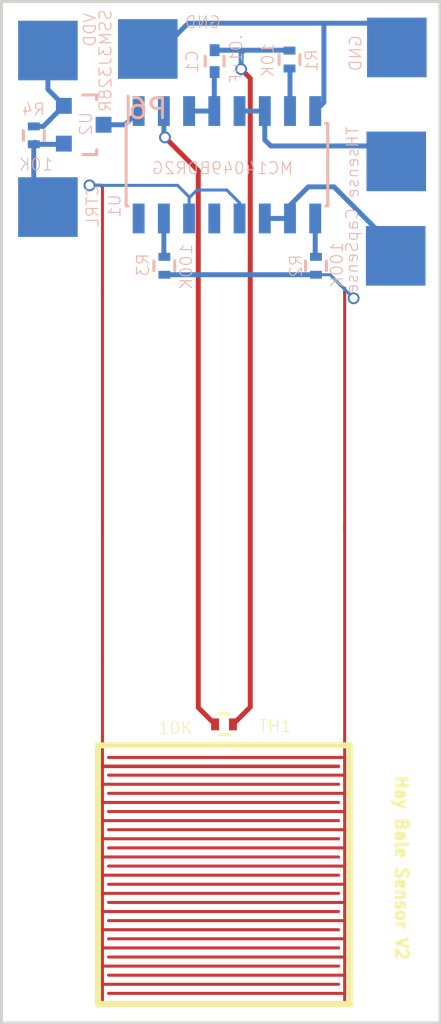
<source format=kicad_pcb>
(kicad_pcb (version 4) (host pcbnew 4.0.1-stable)

  (general
    (links 21)
    (no_connects 0)
    (area 141.936399 57.125799 164.159001 108.634601)
    (thickness 1.6)
    (drawings 22)
    (tracks 131)
    (zones 0)
    (modules 14)
    (nets 17)
  )

  (page A4)
  (layers
    (0 F.Cu signal)
    (1 In1.Cu signal)
    (2 In2.Cu signal)
    (31 B.Cu signal)
    (32 B.Adhes user)
    (33 F.Adhes user)
    (34 B.Paste user)
    (35 F.Paste user)
    (36 B.SilkS user)
    (37 F.SilkS user)
    (38 B.Mask user)
    (39 F.Mask user)
    (40 Dwgs.User user)
    (41 Cmts.User user)
    (42 Eco1.User user)
    (43 Eco2.User user)
    (44 Edge.Cuts user)
    (45 Margin user)
    (46 B.CrtYd user)
    (47 F.CrtYd user)
    (48 B.Fab user)
    (49 F.Fab user)
  )

  (setup
    (last_trace_width 0.25)
    (trace_clearance 0.2)
    (zone_clearance 0.508)
    (zone_45_only yes)
    (trace_min 0.1524)
    (segment_width 0.2)
    (edge_width 0.15)
    (via_size 0.6)
    (via_drill 0.4)
    (via_min_size 0.4)
    (via_min_drill 0.3)
    (uvia_size 0.3)
    (uvia_drill 0.1)
    (uvias_allowed no)
    (uvia_min_size 0.2)
    (uvia_min_drill 0.1)
    (pcb_text_width 0.3)
    (pcb_text_size 1.5 1.5)
    (mod_edge_width 0.15)
    (mod_text_size 0.6 0.6)
    (mod_text_width 0.05)
    (pad_size 1.524 1.524)
    (pad_drill 0.762)
    (pad_to_mask_clearance 0.2)
    (aux_axis_origin 0 0)
    (visible_elements 7FFFFFFF)
    (pcbplotparams
      (layerselection 0x00030_80000001)
      (usegerberextensions false)
      (excludeedgelayer true)
      (linewidth 0.100000)
      (plotframeref false)
      (viasonmask false)
      (mode 1)
      (useauxorigin false)
      (hpglpennumber 1)
      (hpglpenspeed 20)
      (hpglpendiameter 15)
      (hpglpenoverlay 2)
      (psnegative false)
      (psa4output false)
      (plotreference true)
      (plotvalue true)
      (plotinvisibletext false)
      (padsonsilk false)
      (subtractmaskfromsilk false)
      (outputformat 1)
      (mirror false)
      (drillshape 1)
      (scaleselection 1)
      (outputdirectory ""))
  )

  (net 0 "")
  (net 1 "Net-(C1-Pad1)")
  (net 2 "Net-(C1-Pad2)")
  (net 3 "Net-(P1-Pad1)")
  (net 4 VDD)
  (net 5 GND)
  (net 6 "Net-(R1-Pad1)")
  (net 7 "Net-(TH1-Pad1)")
  (net 8 "Net-(U1-Pad13)")
  (net 9 "Net-(U1-Pad16)")
  (net 10 "Net-(R2-Pad1)")
  (net 11 "Net-(R3-Pad1)")
  (net 12 /Cap2)
  (net 13 /Cap1)
  (net 14 "Net-(P4-Pad1)")
  (net 15 "Net-(U1-Pad1)")
  (net 16 "Net-(P5-Pad1)")

  (net_class Default "This is the default net class."
    (clearance 0.2)
    (trace_width 0.25)
    (via_dia 0.6)
    (via_drill 0.4)
    (uvia_dia 0.3)
    (uvia_drill 0.1)
    (add_net GND)
    (add_net "Net-(C1-Pad1)")
    (add_net "Net-(C1-Pad2)")
    (add_net "Net-(P1-Pad1)")
    (add_net "Net-(P4-Pad1)")
    (add_net "Net-(P5-Pad1)")
    (add_net "Net-(R1-Pad1)")
    (add_net "Net-(R2-Pad1)")
    (add_net "Net-(R3-Pad1)")
    (add_net "Net-(TH1-Pad1)")
    (add_net "Net-(U1-Pad1)")
    (add_net "Net-(U1-Pad13)")
    (add_net "Net-(U1-Pad16)")
    (add_net VDD)
  )

  (net_class cap ""
    (clearance 0.2)
    (trace_width 0.1524)
    (via_dia 0.6)
    (via_drill 0.4)
    (uvia_dia 0.3)
    (uvia_drill 0.1)
    (add_net /Cap1)
    (add_net /Cap2)
  )

  (module Capacitors_SMD:C_0402 (layer B.Cu) (tedit 579104C2) (tstamp 578FC9FB)
    (at 152.74 60.2 90)
    (descr "Capacitor SMD 0402, reflow soldering, AVX (see smccp.pdf)")
    (tags "capacitor 0402")
    (path /57680C98)
    (attr smd)
    (fp_text reference C1 (at -0.02594 -1.13248 90) (layer B.SilkS)
      (effects (font (size 0.6 0.6) (thickness 0.05)) (justify mirror))
    )
    (fp_text value .01uF (at 0.10106 1.08494 90) (layer B.SilkS)
      (effects (font (size 0.6 0.6) (thickness 0.05)) (justify mirror))
    )
    (fp_line (start -1.15 0.6) (end 1.15 0.6) (layer B.CrtYd) (width 0.05))
    (fp_line (start -1.15 -0.6) (end 1.15 -0.6) (layer B.CrtYd) (width 0.05))
    (fp_line (start -1.15 0.6) (end -1.15 -0.6) (layer B.CrtYd) (width 0.05))
    (fp_line (start 1.15 0.6) (end 1.15 -0.6) (layer B.CrtYd) (width 0.05))
    (fp_line (start 0.25 0.475) (end -0.25 0.475) (layer B.SilkS) (width 0.15))
    (fp_line (start -0.25 -0.475) (end 0.25 -0.475) (layer B.SilkS) (width 0.15))
    (pad 1 smd rect (at -0.55 0 90) (size 0.6 0.5) (layers B.Cu B.Paste B.Mask)
      (net 1 "Net-(C1-Pad1)"))
    (pad 2 smd rect (at 0.55 0 90) (size 0.6 0.5) (layers B.Cu B.Paste B.Mask)
      (net 2 "Net-(C1-Pad2)"))
    (model Capacitors_SMD.3dshapes/C_0402.wrl
      (at (xyz 0 0 0))
      (scale (xyz 1 1 1))
      (rotate (xyz 0 0 0))
    )
  )

  (module Resistors_SMD:R_0402 (layer B.Cu) (tedit 579104C8) (tstamp 578FCA2E)
    (at 156.51 60.12 90)
    (descr "Resistor SMD 0402, reflow soldering, Vishay (see dcrcw.pdf)")
    (tags "resistor 0402")
    (path /57680AF4)
    (attr smd)
    (fp_text reference R1 (at -0.06022 1.1097 90) (layer B.SilkS)
      (effects (font (size 0.6 0.6) (thickness 0.05)) (justify mirror))
    )
    (fp_text value 10K (at -0.03736 -1.09502 90) (layer B.SilkS)
      (effects (font (size 0.6 0.6) (thickness 0.05)) (justify mirror))
    )
    (fp_line (start -0.95 0.65) (end 0.95 0.65) (layer B.CrtYd) (width 0.05))
    (fp_line (start -0.95 -0.65) (end 0.95 -0.65) (layer B.CrtYd) (width 0.05))
    (fp_line (start -0.95 0.65) (end -0.95 -0.65) (layer B.CrtYd) (width 0.05))
    (fp_line (start 0.95 0.65) (end 0.95 -0.65) (layer B.CrtYd) (width 0.05))
    (fp_line (start 0.25 0.525) (end -0.25 0.525) (layer B.SilkS) (width 0.15))
    (fp_line (start -0.25 -0.525) (end 0.25 -0.525) (layer B.SilkS) (width 0.15))
    (pad 1 smd rect (at -0.45 0 90) (size 0.4 0.6) (layers B.Cu B.Paste B.Mask)
      (net 6 "Net-(R1-Pad1)"))
    (pad 2 smd rect (at 0.45 0 90) (size 0.4 0.6) (layers B.Cu B.Paste B.Mask)
      (net 2 "Net-(C1-Pad2)"))
    (model Resistors_SMD.3dshapes/R_0402.wrl
      (at (xyz 0 0 0))
      (scale (xyz 1 1 1))
      (rotate (xyz 0 0 0))
    )
  )

  (module Resistors_SMD:R_0402 (layer F.Cu) (tedit 579104BB) (tstamp 578FCA3A)
    (at 153.2128 93.5482)
    (descr "Resistor SMD 0402, reflow soldering, Vishay (see dcrcw.pdf)")
    (tags "resistor 0402")
    (path /57680BD3)
    (attr smd)
    (fp_text reference TH1 (at 2.58 0.09) (layer F.SilkS)
      (effects (font (size 0.6 0.6) (thickness 0.05)))
    )
    (fp_text value 10K (at -2.44722 0.17432) (layer F.SilkS)
      (effects (font (size 0.6 0.6) (thickness 0.05)))
    )
    (fp_line (start -0.95 -0.65) (end 0.95 -0.65) (layer F.CrtYd) (width 0.05))
    (fp_line (start -0.95 0.65) (end 0.95 0.65) (layer F.CrtYd) (width 0.05))
    (fp_line (start -0.95 -0.65) (end -0.95 0.65) (layer F.CrtYd) (width 0.05))
    (fp_line (start 0.95 -0.65) (end 0.95 0.65) (layer F.CrtYd) (width 0.05))
    (fp_line (start 0.25 -0.525) (end -0.25 -0.525) (layer F.SilkS) (width 0.15))
    (fp_line (start -0.25 0.525) (end 0.25 0.525) (layer F.SilkS) (width 0.15))
    (pad 1 smd rect (at -0.45 0) (size 0.4 0.6) (layers F.Cu F.Paste F.Mask)
      (net 7 "Net-(TH1-Pad1)"))
    (pad 2 smd rect (at 0.45 0) (size 0.4 0.6) (layers F.Cu F.Paste F.Mask)
      (net 2 "Net-(C1-Pad2)"))
    (model Resistors_SMD.3dshapes/R_0402.wrl
      (at (xyz 0 0 0))
      (scale (xyz 1 1 1))
      (rotate (xyz 0 0 0))
    )
  )

  (module Housings_SOIC:SOIC-16_3.9x9.9mm_Pitch1.27mm (layer B.Cu) (tedit 5792410E) (tstamp 578FCA59)
    (at 153.36 65.41 270)
    (descr "16-Lead Plastic Small Outline (SL) - Narrow, 3.90 mm Body [SOIC] (see Microchip Packaging Specification 00000049BS.pdf)")
    (tags "SOIC 1.27")
    (path /576815FB)
    (attr smd)
    (fp_text reference U1 (at 2.0778 5.659 270) (layer B.SilkS)
      (effects (font (size 0.6 0.6) (thickness 0.05)) (justify mirror))
    )
    (fp_text value MC14049BDR2G (at 0.17 0.22 360) (layer B.SilkS)
      (effects (font (size 0.6 0.6) (thickness 0.05)) (justify mirror))
    )
    (fp_line (start -3.7 5.25) (end -3.7 -5.25) (layer B.CrtYd) (width 0.05))
    (fp_line (start 3.7 5.25) (end 3.7 -5.25) (layer B.CrtYd) (width 0.05))
    (fp_line (start -3.7 5.25) (end 3.7 5.25) (layer B.CrtYd) (width 0.05))
    (fp_line (start -3.7 -5.25) (end 3.7 -5.25) (layer B.CrtYd) (width 0.05))
    (fp_line (start -2.075 5.075) (end -2.075 4.97) (layer B.SilkS) (width 0.15))
    (fp_line (start 2.075 5.075) (end 2.075 4.97) (layer B.SilkS) (width 0.15))
    (fp_line (start 2.075 -5.075) (end 2.075 -4.97) (layer B.SilkS) (width 0.15))
    (fp_line (start -2.075 -5.075) (end -2.075 -4.97) (layer B.SilkS) (width 0.15))
    (fp_line (start -2.075 5.075) (end 2.075 5.075) (layer B.SilkS) (width 0.15))
    (fp_line (start -2.075 -5.075) (end 2.075 -5.075) (layer B.SilkS) (width 0.15))
    (fp_line (start -2.075 4.97) (end -3.45 4.97) (layer B.SilkS) (width 0.15))
    (pad 1 smd rect (at -2.7 4.445 270) (size 1.5 0.6) (layers B.Cu B.Paste B.Mask)
      (net 15 "Net-(U1-Pad1)"))
    (pad 2 smd rect (at -2.7 3.175 270) (size 1.5 0.6) (layers B.Cu B.Paste B.Mask)
      (net 7 "Net-(TH1-Pad1)"))
    (pad 3 smd rect (at -2.7 1.905 270) (size 1.5 0.6) (layers B.Cu B.Paste B.Mask)
      (net 1 "Net-(C1-Pad1)"))
    (pad 4 smd rect (at -2.7 0.635 270) (size 1.5 0.6) (layers B.Cu B.Paste B.Mask)
      (net 1 "Net-(C1-Pad1)"))
    (pad 5 smd rect (at -2.7 -0.635 270) (size 1.5 0.6) (layers B.Cu B.Paste B.Mask)
      (net 3 "Net-(P1-Pad1)"))
    (pad 6 smd rect (at -2.7 -1.905 270) (size 1.5 0.6) (layers B.Cu B.Paste B.Mask)
      (net 3 "Net-(P1-Pad1)"))
    (pad 7 smd rect (at -2.7 -3.175 270) (size 1.5 0.6) (layers B.Cu B.Paste B.Mask)
      (net 6 "Net-(R1-Pad1)"))
    (pad 8 smd rect (at -2.7 -4.445 270) (size 1.5 0.6) (layers B.Cu B.Paste B.Mask)
      (net 5 GND))
    (pad 9 smd rect (at 2.7 -4.445 270) (size 1.5 0.6) (layers B.Cu B.Paste B.Mask)
      (net 10 "Net-(R2-Pad1)"))
    (pad 10 smd rect (at 2.7 -3.175 270) (size 1.5 0.6) (layers B.Cu B.Paste B.Mask)
      (net 14 "Net-(P4-Pad1)"))
    (pad 11 smd rect (at 2.7 -1.905 270) (size 1.5 0.6) (layers B.Cu B.Paste B.Mask)
      (net 14 "Net-(P4-Pad1)"))
    (pad 12 smd rect (at 2.7 -0.635 270) (size 1.5 0.6) (layers B.Cu B.Paste B.Mask)
      (net 13 /Cap1))
    (pad 13 smd rect (at 2.7 0.635 270) (size 1.5 0.6) (layers B.Cu B.Paste B.Mask)
      (net 8 "Net-(U1-Pad13)"))
    (pad 14 smd rect (at 2.7 1.905 270) (size 1.5 0.6) (layers B.Cu B.Paste B.Mask)
      (net 13 /Cap1))
    (pad 15 smd rect (at 2.7 3.175 270) (size 1.5 0.6) (layers B.Cu B.Paste B.Mask)
      (net 11 "Net-(R3-Pad1)"))
    (pad 16 smd rect (at 2.7 4.445 270) (size 1.5 0.6) (layers B.Cu B.Paste B.Mask)
      (net 9 "Net-(U1-Pad16)"))
    (model Housings_SOIC.3dshapes/SOIC-16_3.9x9.9mm_Pitch1.27mm.wrl
      (at (xyz 0 0 0))
      (scale (xyz 1 1 1))
      (rotate (xyz 0 0 0))
    )
  )

  (module Resistors_SMD:R_0402 (layer B.Cu) (tedit 579104E4) (tstamp 578FE397)
    (at 157.84 70.49 270)
    (descr "Resistor SMD 0402, reflow soldering, Vishay (see dcrcw.pdf)")
    (tags "resistor 0402")
    (path /578FDCAE)
    (attr smd)
    (fp_text reference R2 (at 0.01024 1.0077 270) (layer B.SilkS)
      (effects (font (size 0.6 0.6) (thickness 0.05)) (justify mirror))
    )
    (fp_text value 100K (at -0.03548 -1.0497 270) (layer B.SilkS)
      (effects (font (size 0.6 0.6) (thickness 0.05)) (justify mirror))
    )
    (fp_line (start -0.95 0.65) (end 0.95 0.65) (layer B.CrtYd) (width 0.05))
    (fp_line (start -0.95 -0.65) (end 0.95 -0.65) (layer B.CrtYd) (width 0.05))
    (fp_line (start -0.95 0.65) (end -0.95 -0.65) (layer B.CrtYd) (width 0.05))
    (fp_line (start 0.95 0.65) (end 0.95 -0.65) (layer B.CrtYd) (width 0.05))
    (fp_line (start 0.25 0.525) (end -0.25 0.525) (layer B.SilkS) (width 0.15))
    (fp_line (start -0.25 -0.525) (end 0.25 -0.525) (layer B.SilkS) (width 0.15))
    (pad 1 smd rect (at -0.45 0 270) (size 0.4 0.6) (layers B.Cu B.Paste B.Mask)
      (net 10 "Net-(R2-Pad1)"))
    (pad 2 smd rect (at 0.45 0 270) (size 0.4 0.6) (layers B.Cu B.Paste B.Mask)
      (net 12 /Cap2))
    (model Resistors_SMD.3dshapes/R_0402.wrl
      (at (xyz 0 0 0))
      (scale (xyz 1 1 1))
      (rotate (xyz 0 0 0))
    )
  )

  (module Resistors_SMD:R_0402 (layer B.Cu) (tedit 579104DE) (tstamp 578FE3A3)
    (at 150.21 70.49 270)
    (descr "Resistor SMD 0402, reflow soldering, Vishay (see dcrcw.pdf)")
    (tags "resistor 0402")
    (path /578FDE91)
    (attr smd)
    (fp_text reference R3 (at -0.04564 1.08152 270) (layer B.SilkS)
      (effects (font (size 0.6 0.6) (thickness 0.05)) (justify mirror))
    )
    (fp_text value 100K (at 0.05596 -1.10034 270) (layer B.SilkS)
      (effects (font (size 0.6 0.6) (thickness 0.05)) (justify mirror))
    )
    (fp_line (start -0.95 0.65) (end 0.95 0.65) (layer B.CrtYd) (width 0.05))
    (fp_line (start -0.95 -0.65) (end 0.95 -0.65) (layer B.CrtYd) (width 0.05))
    (fp_line (start -0.95 0.65) (end -0.95 -0.65) (layer B.CrtYd) (width 0.05))
    (fp_line (start 0.95 0.65) (end 0.95 -0.65) (layer B.CrtYd) (width 0.05))
    (fp_line (start 0.25 0.525) (end -0.25 0.525) (layer B.SilkS) (width 0.15))
    (fp_line (start -0.25 -0.525) (end 0.25 -0.525) (layer B.SilkS) (width 0.15))
    (pad 1 smd rect (at -0.45 0 270) (size 0.4 0.6) (layers B.Cu B.Paste B.Mask)
      (net 11 "Net-(R3-Pad1)"))
    (pad 2 smd rect (at 0.45 0 270) (size 0.4 0.6) (layers B.Cu B.Paste B.Mask)
      (net 12 /Cap2))
    (model Resistors_SMD.3dshapes/R_0402.wrl
      (at (xyz 0 0 0))
      (scale (xyz 1 1 1))
      (rotate (xyz 0 0 0))
    )
  )

  (module Resistors_SMD:R_0402 (layer B.Cu) (tedit 579103E8) (tstamp 5791006C)
    (at 143.637 63.9318 90)
    (descr "Resistor SMD 0402, reflow soldering, Vishay (see dcrcw.pdf)")
    (tags "resistor 0402")
    (path /579103C3)
    (attr smd)
    (fp_text reference R4 (at 1.30048 -0.02032 180) (layer B.SilkS)
      (effects (font (size 0.6 0.6) (thickness 0.05)) (justify mirror))
    )
    (fp_text value 10K (at -1.46304 0.1016 180) (layer B.SilkS)
      (effects (font (size 0.6 0.6) (thickness 0.05)) (justify mirror))
    )
    (fp_line (start -0.95 0.65) (end 0.95 0.65) (layer B.CrtYd) (width 0.05))
    (fp_line (start -0.95 -0.65) (end 0.95 -0.65) (layer B.CrtYd) (width 0.05))
    (fp_line (start -0.95 0.65) (end -0.95 -0.65) (layer B.CrtYd) (width 0.05))
    (fp_line (start 0.95 0.65) (end 0.95 -0.65) (layer B.CrtYd) (width 0.05))
    (fp_line (start 0.25 0.525) (end -0.25 0.525) (layer B.SilkS) (width 0.15))
    (fp_line (start -0.25 -0.525) (end 0.25 -0.525) (layer B.SilkS) (width 0.15))
    (pad 1 smd rect (at -0.45 0 90) (size 0.4 0.6) (layers B.Cu B.Paste B.Mask)
      (net 16 "Net-(P5-Pad1)"))
    (pad 2 smd rect (at 0.45 0 90) (size 0.4 0.6) (layers B.Cu B.Paste B.Mask)
      (net 4 VDD))
    (model Resistors_SMD.3dshapes/R_0402.wrl
      (at (xyz 0 0 0))
      (scale (xyz 1 1 1))
      (rotate (xyz 0 0 0))
    )
  )

  (module TO_SOT_Packages_SMD:SOT-23 (layer B.Cu) (tedit 57B74439) (tstamp 57910073)
    (at 146.1516 63.3984 90)
    (descr "SOT-23, Standard")
    (tags SOT-23)
    (path /579101BF)
    (attr smd)
    (fp_text reference U2 (at 0.0508 0.1016 90) (layer B.SilkS)
      (effects (font (size 0.6 0.6) (thickness 0.05)) (justify mirror))
    )
    (fp_text value SSM3J328R (at 3.2258 1.0922 90) (layer B.SilkS)
      (effects (font (size 0.6 0.6) (thickness 0.05)) (justify mirror))
    )
    (fp_line (start -1.65 1.6) (end 1.65 1.6) (layer B.CrtYd) (width 0.05))
    (fp_line (start 1.65 1.6) (end 1.65 -1.6) (layer B.CrtYd) (width 0.05))
    (fp_line (start 1.65 -1.6) (end -1.65 -1.6) (layer B.CrtYd) (width 0.05))
    (fp_line (start -1.65 -1.6) (end -1.65 1.6) (layer B.CrtYd) (width 0.05))
    (fp_line (start 1.29916 0.65024) (end 1.2509 0.65024) (layer B.SilkS) (width 0.15))
    (fp_line (start -1.49982 -0.0508) (end -1.49982 0.65024) (layer B.SilkS) (width 0.15))
    (fp_line (start -1.49982 0.65024) (end -1.2509 0.65024) (layer B.SilkS) (width 0.15))
    (fp_line (start 1.29916 0.65024) (end 1.49982 0.65024) (layer B.SilkS) (width 0.15))
    (fp_line (start 1.49982 0.65024) (end 1.49982 -0.0508) (layer B.SilkS) (width 0.15))
    (pad 1 smd rect (at -0.95 -1.00076 90) (size 0.8001 0.8001) (layers B.Cu B.Paste B.Mask)
      (net 16 "Net-(P5-Pad1)"))
    (pad 2 smd rect (at 0.95 -1.00076 90) (size 0.8001 0.8001) (layers B.Cu B.Paste B.Mask)
      (net 4 VDD))
    (pad 3 smd rect (at 0 0.99822 90) (size 0.8001 0.8001) (layers B.Cu B.Paste B.Mask)
      (net 15 "Net-(U1-Pad1)"))
    (model TO_SOT_Packages_SMD.3dshapes/SOT-23.wrl
      (at (xyz 0 0 0))
      (scale (xyz 1 1 1))
      (rotate (xyz 0 0 0))
    )
  )

  (module Measurement_Points:Measurement_Point_Square-SMD-Pad_Big (layer B.Cu) (tedit 57910353) (tstamp 57910257)
    (at 161.88436 65.2399)
    (descr "Mesurement Point, Square, SMD Pad,  3mm x 3mm,")
    (tags "Mesurement Point Square SMD Pad 3x3mm")
    (path /576827B7)
    (attr virtual)
    (fp_text reference P1 (at -0.07366 0.0254) (layer B.Fab)
      (effects (font (size 0.6 0.6) (thickness 0.05)) (justify mirror))
    )
    (fp_text value THsense (at -2.19964 0.04826 90) (layer B.SilkS)
      (effects (font (size 0.6 0.6) (thickness 0.05)) (justify mirror))
    )
    (fp_line (start -1.75 1.75) (end 1.75 1.75) (layer B.CrtYd) (width 0.05))
    (fp_line (start 1.75 1.75) (end 1.75 -1.75) (layer B.CrtYd) (width 0.05))
    (fp_line (start 1.75 -1.75) (end -1.75 -1.75) (layer B.CrtYd) (width 0.05))
    (fp_line (start -1.75 -1.75) (end -1.75 1.75) (layer B.CrtYd) (width 0.05))
    (pad 1 smd rect (at 0 0) (size 3 3) (layers B.Cu B.Mask)
      (net 3 "Net-(P1-Pad1)"))
  )

  (module Measurement_Points:Measurement_Point_Square-SMD-Pad_Big (layer B.Cu) (tedit 57B7443E) (tstamp 5791025B)
    (at 144.3482 59.6646)
    (descr "Mesurement Point, Square, SMD Pad,  3mm x 3mm,")
    (tags "Mesurement Point Square SMD Pad 3x3mm")
    (path /57682706)
    (attr virtual)
    (fp_text reference P2 (at -0.02032 0.08128) (layer B.Fab)
      (effects (font (size 0.6 0.6) (thickness 0.05)) (justify mirror))
    )
    (fp_text value VDD (at 2.1082 -1.0414 90) (layer B.SilkS)
      (effects (font (size 0.6 0.6) (thickness 0.05)) (justify mirror))
    )
    (fp_line (start -1.75 1.75) (end 1.75 1.75) (layer B.CrtYd) (width 0.05))
    (fp_line (start 1.75 1.75) (end 1.75 -1.75) (layer B.CrtYd) (width 0.05))
    (fp_line (start 1.75 -1.75) (end -1.75 -1.75) (layer B.CrtYd) (width 0.05))
    (fp_line (start -1.75 -1.75) (end -1.75 1.75) (layer B.CrtYd) (width 0.05))
    (pad 1 smd rect (at 0 0) (size 3 3) (layers B.Cu B.Mask)
      (net 4 VDD))
  )

  (module Measurement_Points:Measurement_Point_Square-SMD-Pad_Big (layer B.Cu) (tedit 57910355) (tstamp 5791025F)
    (at 161.9123 59.5122)
    (descr "Mesurement Point, Square, SMD Pad,  3mm x 3mm,")
    (tags "Mesurement Point Square SMD Pad 3x3mm")
    (path /5768281A)
    (attr virtual)
    (fp_text reference P3 (at -0.0635 -0.0381) (layer B.Fab)
      (effects (font (size 0.6 0.6) (thickness 0.05)) (justify mirror))
    )
    (fp_text value GND (at -2.07518 0.28956 90) (layer B.SilkS)
      (effects (font (size 0.6 0.6) (thickness 0.05)) (justify mirror))
    )
    (fp_line (start -1.75 1.75) (end 1.75 1.75) (layer B.CrtYd) (width 0.05))
    (fp_line (start 1.75 1.75) (end 1.75 -1.75) (layer B.CrtYd) (width 0.05))
    (fp_line (start 1.75 -1.75) (end -1.75 -1.75) (layer B.CrtYd) (width 0.05))
    (fp_line (start -1.75 -1.75) (end -1.75 1.75) (layer B.CrtYd) (width 0.05))
    (pad 1 smd rect (at 0 0) (size 3 3) (layers B.Cu B.Mask)
      (net 5 GND))
  )

  (module Measurement_Points:Measurement_Point_Square-SMD-Pad_Big (layer B.Cu) (tedit 57910351) (tstamp 57910263)
    (at 161.85642 69.9897)
    (descr "Mesurement Point, Square, SMD Pad,  3mm x 3mm,")
    (tags "Mesurement Point Square SMD Pad 3x3mm")
    (path /57901A0B)
    (attr virtual)
    (fp_text reference P4 (at -0.06858 -0.06858) (layer B.Fab)
      (effects (font (size 0.6 0.6) (thickness 0.05)) (justify mirror))
    )
    (fp_text value CapSense (at -2.20218 -0.25146 90) (layer B.SilkS)
      (effects (font (size 0.6 0.6) (thickness 0.05)) (justify mirror))
    )
    (fp_line (start -1.75 1.75) (end 1.75 1.75) (layer B.CrtYd) (width 0.05))
    (fp_line (start 1.75 1.75) (end 1.75 -1.75) (layer B.CrtYd) (width 0.05))
    (fp_line (start 1.75 -1.75) (end -1.75 -1.75) (layer B.CrtYd) (width 0.05))
    (fp_line (start -1.75 -1.75) (end -1.75 1.75) (layer B.CrtYd) (width 0.05))
    (pad 1 smd rect (at 0 0) (size 3 3) (layers B.Cu B.Mask)
      (net 14 "Net-(P4-Pad1)"))
  )

  (module Measurement_Points:Measurement_Point_Square-SMD-Pad_Big (layer B.Cu) (tedit 579103AC) (tstamp 5791027C)
    (at 144.3482 67.5386)
    (descr "Mesurement Point, Square, SMD Pad,  3mm x 3mm,")
    (tags "Mesurement Point Square SMD Pad 3x3mm")
    (path /57910754)
    (attr virtual)
    (fp_text reference P5 (at 0.12192 0.02032) (layer B.Fab)
      (effects (font (size 0.6 0.6) (thickness 0.05)) (justify mirror))
    )
    (fp_text value CTRL (at 2.24536 -0.06096 90) (layer B.SilkS)
      (effects (font (size 0.6 0.6) (thickness 0.05)) (justify mirror))
    )
    (fp_line (start -1.75 1.75) (end 1.75 1.75) (layer B.CrtYd) (width 0.05))
    (fp_line (start 1.75 1.75) (end 1.75 -1.75) (layer B.CrtYd) (width 0.05))
    (fp_line (start 1.75 -1.75) (end -1.75 -1.75) (layer B.CrtYd) (width 0.05))
    (fp_line (start -1.75 -1.75) (end -1.75 1.75) (layer B.CrtYd) (width 0.05))
    (pad 1 smd rect (at 0 0) (size 3 3) (layers B.Cu B.Mask)
      (net 16 "Net-(P5-Pad1)"))
  )

  (module Measurement_Points:Measurement_Point_Square-SMD-Pad_Big (layer B.Cu) (tedit 57B74430) (tstamp 57B743D2)
    (at 149.3774 59.5884)
    (descr "Mesurement Point, Square, SMD Pad,  3mm x 3mm,")
    (tags "Mesurement Point Square SMD Pad 3x3mm")
    (path /57B744FC)
    (attr virtual)
    (fp_text reference P6 (at 0 3) (layer B.SilkS)
      (effects (font (size 1 1) (thickness 0.15)) (justify mirror))
    )
    (fp_text value GND (at 2.7686 -1.3462) (layer B.SilkS)
      (effects (font (size 0.6 0.6) (thickness 0.05)) (justify mirror))
    )
    (fp_line (start -1.75 1.75) (end 1.75 1.75) (layer B.CrtYd) (width 0.05))
    (fp_line (start 1.75 1.75) (end 1.75 -1.75) (layer B.CrtYd) (width 0.05))
    (fp_line (start 1.75 -1.75) (end -1.75 -1.75) (layer B.CrtYd) (width 0.05))
    (fp_line (start -1.75 -1.75) (end -1.75 1.75) (layer B.CrtYd) (width 0.05))
    (pad 1 smd rect (at 0 0) (size 3 3) (layers B.Cu B.Mask)
      (net 5 GND))
  )

  (gr_line (start 142.0114 108.5596) (end 164.084 108.5596) (angle 90) (layer Edge.Cuts) (width 0.15))
  (gr_line (start 142.0114 108.5596) (end 142.0114 108.5342) (angle 90) (layer Edge.Cuts) (width 0.15))
  (gr_line (start 142.0114 57.2008) (end 142.0114 108.5596) (angle 90) (layer Edge.Cuts) (width 0.15))
  (gr_line (start 142.367 57.2008) (end 142.0114 57.2008) (angle 90) (layer Edge.Cuts) (width 0.15))
  (gr_line (start 142.6464 57.2008) (end 142.367 57.2008) (angle 90) (layer Edge.Cuts) (width 0.15))
  (gr_line (start 164.084 57.2008) (end 164.084 108.5596) (angle 90) (layer Edge.Cuts) (width 0.15))
  (gr_line (start 142.5956 57.2008) (end 164.084 57.2008) (angle 90) (layer Edge.Cuts) (width 0.15))
  (gr_line (start 159.5882 107.6706) (end 159.5882 107.1626) (angle 90) (layer F.SilkS) (width 0.2))
  (gr_line (start 159.5628 107.6706) (end 159.5882 107.6706) (angle 90) (layer F.SilkS) (width 0.2))
  (gr_line (start 159.6136 107.6706) (end 159.5628 107.6706) (angle 90) (layer F.SilkS) (width 0.2))
  (gr_line (start 159.4866 107.6706) (end 159.6136 107.6706) (angle 90) (layer F.SilkS) (width 0.2))
  (gr_line (start 159.4866 107.2134) (end 159.4866 107.6706) (angle 90) (layer F.SilkS) (width 0.2))
  (gr_line (start 146.9136 107.6198) (end 146.9136 107.2642) (angle 90) (layer F.SilkS) (width 0.2))
  (gr_line (start 146.9644 107.6198) (end 146.9136 107.6198) (angle 90) (layer F.SilkS) (width 0.2))
  (gr_line (start 146.812 107.6198) (end 146.9644 107.6198) (angle 90) (layer F.SilkS) (width 0.2))
  (gr_line (start 146.812 107.2642) (end 146.812 107.6198) (angle 90) (layer F.SilkS) (width 0.2))
  (gr_line (start 146.8882 106.8578) (end 146.8882 107.6198) (angle 90) (layer F.SilkS) (width 0.2))
  (gr_text "Hay Bale Sensor V2" (at 162.1536 100.7618 270) (layer F.SilkS)
    (effects (font (size 0.6096 0.6096) (thickness 0.1524)))
  )
  (gr_line (start 159.54 94.552) (end 159.54 107.252) (layer F.SilkS) (width 0.3048))
  (gr_line (start 159.5654 107.6076) (end 146.8654 107.6076) (layer F.SilkS) (width 0.3048))
  (gr_line (start 159.54 94.6028) (end 146.84 94.6028) (layer F.SilkS) (width 0.3048))
  (gr_line (start 146.8654 94.6282) (end 146.8654 107.3282) (layer F.SilkS) (width 0.3048))

  (segment (start 147.094 95.3394) (end 147.094 102.11822) (width 0.1524) (layer F.Cu) (net 0) (tstamp 57B5C8A7))
  (segment (start 147.094 102.11822) (end 147.094 107.5314) (width 0.1524) (layer F.Cu) (net 0) (tstamp 57B5C8A6))
  (segment (start 147.094 107.5314) (end 158.9812 107.5314) (width 0.1524) (layer F.Cu) (net 0) (tstamp 57B5C8A5))
  (segment (start 147.094 102.045) (end 158.9812 102.045) (width 0.1524) (layer F.Cu) (net 0) (tstamp 57B5C8A4))
  (segment (start 159.286 107.5314) (end 159.286 107.38104) (width 0.1524) (layer F.Cu) (net 0) (tstamp 57B5C89F))
  (segment (start 159.286 107.38104) (end 159.286 106.7554) (width 0.1524) (layer F.Cu) (net 0) (tstamp 57B5C89E))
  (segment (start 159.286 106.1554) (end 159.286 95.3394) (width 0.1524) (layer F.Cu) (net 0) (tstamp 57B5C89D))
  (segment (start 159.286 106.7554) (end 159.286 106.1554) (width 0.1524) (layer F.Cu) (net 0) (tstamp 57B5C89C))
  (segment (start 159.286 106.1598) (end 147.3988 106.1598) (width 0.1524) (layer F.Cu) (net 0) (tstamp 57B5C89B))
  (segment (start 159.286 95.2124) (end 147.3988 95.2124) (width 0.1524) (layer F.Cu) (net 0) (tstamp 57B5C883))
  (segment (start 159.286 107.0742) (end 147.3988 107.0742) (width 0.1524) (layer F.Cu) (net 0) (tstamp 57B5C882))
  (segment (start 147.094 106.617) (end 158.9812 106.617) (width 0.1524) (layer F.Cu) (net 0) (tstamp 57B5C881))
  (segment (start 147.094 105.7026) (end 158.9812 105.7026) (width 0.1524) (layer F.Cu) (net 0) (tstamp 57B5C880))
  (segment (start 159.286 105.2454) (end 147.3988 105.2454) (width 0.1524) (layer F.Cu) (net 0) (tstamp 57B5C87F))
  (segment (start 147.094 104.7882) (end 158.9812 104.7882) (width 0.1524) (layer F.Cu) (net 0) (tstamp 57B5C87E))
  (segment (start 159.286 104.331) (end 147.3988 104.331) (width 0.1524) (layer F.Cu) (net 0) (tstamp 57B5C87D))
  (segment (start 147.094 103.8738) (end 158.9812 103.8738) (width 0.1524) (layer F.Cu) (net 0) (tstamp 57B5C87C))
  (segment (start 159.286 103.4166) (end 147.3988 103.4166) (width 0.1524) (layer F.Cu) (net 0) (tstamp 57B5C87B))
  (segment (start 147.094 102.9594) (end 158.9812 102.9594) (width 0.1524) (layer F.Cu) (net 0) (tstamp 57B5C87A))
  (segment (start 159.286 102.5022) (end 147.3988 102.5022) (width 0.1524) (layer F.Cu) (net 0) (tstamp 57B5C879))
  (segment (start 159.286 101.5878) (end 147.3988 101.5878) (width 0.1524) (layer F.Cu) (net 0) (tstamp 57B5C878))
  (segment (start 147.094 101.1306) (end 158.9812 101.1306) (width 0.1524) (layer F.Cu) (net 0) (tstamp 57B5C877))
  (segment (start 159.286 100.6734) (end 147.3988 100.6734) (width 0.1524) (layer F.Cu) (net 0) (tstamp 57B5C876))
  (segment (start 147.094 100.2162) (end 158.9812 100.2162) (width 0.1524) (layer F.Cu) (net 0) (tstamp 57B5C875))
  (segment (start 159.286 99.759) (end 147.3988 99.759) (width 0.1524) (layer F.Cu) (net 0) (tstamp 57B5C874))
  (segment (start 147.094 99.3018) (end 158.9812 99.3018) (width 0.1524) (layer F.Cu) (net 0) (tstamp 57B5C873))
  (segment (start 159.286 98.8446) (end 147.3988 98.8446) (width 0.1524) (layer F.Cu) (net 0) (tstamp 57B5C872))
  (segment (start 147.094 98.3874) (end 158.9812 98.3874) (width 0.1524) (layer F.Cu) (net 0) (tstamp 57B5C871))
  (segment (start 159.286 97.9302) (end 147.3988 97.9302) (width 0.1524) (layer F.Cu) (net 0) (tstamp 57B5C870))
  (segment (start 147.094 97.473) (end 158.9812 97.473) (width 0.1524) (layer F.Cu) (net 0) (tstamp 57B5C86F))
  (segment (start 159.286 97.0158) (end 147.3988 97.0158) (width 0.1524) (layer F.Cu) (net 0) (tstamp 57B5C86E))
  (segment (start 147.094 96.5586) (end 158.9812 96.5586) (width 0.1524) (layer F.Cu) (net 0) (tstamp 57B5C86D))
  (segment (start 159.286 96.1014) (end 147.3988 96.1014) (width 0.1524) (layer F.Cu) (net 0) (tstamp 57B5C86C))
  (segment (start 159.286 83.0318) (end 159.286 82.4318) (width 0.1524) (layer F.Cu) (net 0) (tstamp 57B5C85D))
  (segment (start 159.286 82.4318) (end 159.286 71.6158) (width 0.1524) (layer F.Cu) (net 0) (tstamp 57B5C85C))
  (segment (start 159.286 83.65744) (end 159.286 83.0318) (width 0.1524) (layer F.Cu) (net 0) (tstamp 57B5C85B))
  (segment (start 159.286 83.8078) (end 159.286 83.65744) (width 0.1524) (layer F.Cu) (net 0) (tstamp 57B5C85A))
  (segment (start 147.094 78.39462) (end 147.094 83.8078) (width 0.1524) (layer F.Cu) (net 0) (tstamp 57B5C860))
  (segment (start 147.094 71.6158) (end 147.094 78.39462) (width 0.1524) (layer F.Cu) (net 0) (tstamp 57B5C85F))
  (segment (start 159.286 94.8936) (end 159.286 94.2936) (width 0.1524) (layer F.Cu) (net 0) (tstamp 57B5C8AD))
  (segment (start 159.286 94.2936) (end 159.286 83.4776) (width 0.1524) (layer F.Cu) (net 0) (tstamp 57B5C8AC))
  (segment (start 159.286 95.51924) (end 159.286 94.8936) (width 0.1524) (layer F.Cu) (net 0) (tstamp 57B5C8AB))
  (segment (start 159.286 95.6696) (end 159.286 95.51924) (width 0.1524) (layer F.Cu) (net 0) (tstamp 57B5C8AA))
  (segment (start 147.094 95.6696) (end 158.9812 95.6696) (width 0.1524) (layer F.Cu) (net 0) (tstamp 57B5C8B2))
  (segment (start 147.094 90.25642) (end 147.094 95.6696) (width 0.1524) (layer F.Cu) (net 0) (tstamp 57B5C8B1))
  (segment (start 147.094 83.4776) (end 147.094 90.25642) (width 0.1524) (layer F.Cu) (net 0) (tstamp 57B5C8B0))
  (segment (start 147.094 95.6442) (end 158.9812 95.6442) (width 0.1524) (layer F.Cu) (net 0) (tstamp 57B5C8AF))
  (segment (start 152.725 62.71) (end 152.725 60.765) (width 0.25) (layer B.Cu) (net 1))
  (segment (start 152.725 60.765) (end 152.74 60.75) (width 0.25) (layer B.Cu) (net 1) (tstamp 578FECC8))
  (segment (start 151.455 62.71) (end 152.725 62.71) (width 0.25) (layer B.Cu) (net 1))
  (segment (start 152.74 59.65) (end 154.2142 59.65) (width 0.25) (layer B.Cu) (net 2))
  (segment (start 154.5336 92.6774) (end 153.6628 93.5482) (width 0.25) (layer F.Cu) (net 2) (tstamp 57B74373))
  (segment (start 154.5336 61.0616) (end 154.5336 92.6774) (width 0.25) (layer F.Cu) (net 2) (tstamp 57B74371))
  (segment (start 154.0764 60.6044) (end 154.5336 61.0616) (width 0.25) (layer F.Cu) (net 2) (tstamp 57B74370))
  (via (at 154.0764 60.6044) (size 0.6) (drill 0.4) (layers F.Cu B.Cu) (net 2))
  (segment (start 154.0764 59.7878) (end 154.0764 60.6044) (width 0.25) (layer B.Cu) (net 2) (tstamp 57B7436D))
  (segment (start 154.2142 59.65) (end 154.0764 59.7878) (width 0.25) (layer B.Cu) (net 2) (tstamp 57B74369))
  (segment (start 152.74 59.65) (end 156.49 59.65) (width 0.25) (layer B.Cu) (net 2))
  (segment (start 156.49 59.65) (end 156.51 59.67) (width 0.25) (layer B.Cu) (net 2) (tstamp 57910498))
  (segment (start 155.265 62.71) (end 155.265 64.16028) (width 0.25) (layer B.Cu) (net 3))
  (segment (start 155.56992 64.4652) (end 160.0708 64.4652) (width 0.25) (layer B.Cu) (net 3) (tstamp 5791041C))
  (segment (start 160.0708 64.4652) (end 160.274 64.4652) (width 0.25) (layer B.Cu) (net 3) (tstamp 579244EF))
  (segment (start 160.274 64.4652) (end 161.10966 64.4652) (width 0.25) (layer B.Cu) (net 3) (tstamp 579244C8))
  (segment (start 155.265 64.16028) (end 155.56992 64.4652) (width 0.25) (layer B.Cu) (net 3) (tstamp 5791041B))
  (segment (start 161.10966 64.4652) (end 161.88436 65.2399) (width 0.25) (layer B.Cu) (net 3) (tstamp 5791041D))
  (segment (start 153.995 62.71) (end 155.265 62.71) (width 0.25) (layer B.Cu) (net 3))
  (segment (start 144.3482 59.6646) (end 144.3482 61.6204) (width 0.25) (layer B.Cu) (net 4))
  (segment (start 144.3482 61.6204) (end 145.15084 62.42304) (width 0.25) (layer B.Cu) (net 4) (tstamp 57924653))
  (segment (start 145.15084 62.42304) (end 145.15084 62.4484) (width 0.25) (layer B.Cu) (net 4) (tstamp 57924654))
  (segment (start 145.15084 62.4484) (end 145.15084 62.19444) (width 0.25) (layer B.Cu) (net 4))
  (segment (start 143.637 63.4818) (end 144.11744 63.4818) (width 0.25) (layer B.Cu) (net 4))
  (segment (start 144.11744 63.4818) (end 145.15084 62.4484) (width 0.25) (layer B.Cu) (net 4) (tstamp 579240D2))
  (segment (start 158.242 58.293) (end 158.242 62.273) (width 0.25) (layer B.Cu) (net 5))
  (segment (start 158.242 62.273) (end 157.805 62.71) (width 0.25) (layer B.Cu) (net 5) (tstamp 57B74466) (status 800000))
  (segment (start 149.3774 59.5884) (end 150.114 59.5884) (width 0.25) (layer B.Cu) (net 5) (status C00000))
  (segment (start 150.114 59.5884) (end 151.4094 58.293) (width 0.25) (layer B.Cu) (net 5) (tstamp 57B74451) (status 400000))
  (segment (start 151.4094 58.293) (end 158.242 58.293) (width 0.25) (layer B.Cu) (net 5) (tstamp 57B74452))
  (segment (start 158.242 58.293) (end 160.6931 58.293) (width 0.25) (layer B.Cu) (net 5) (tstamp 57B74464) (status 800000))
  (segment (start 160.6931 58.293) (end 161.9123 59.5122) (width 0.25) (layer B.Cu) (net 5) (tstamp 57B74454) (status C00000))
  (segment (start 161.9123 59.7281) (end 161.9123 59.5122) (width 0.25) (layer B.Cu) (net 5) (tstamp 57924672))
  (segment (start 161.90976 59.5122) (end 161.9123 59.5122) (width 0.25) (layer B.Cu) (net 5) (tstamp 57910418))
  (segment (start 156.535 62.71) (end 156.535 60.595) (width 0.25) (layer B.Cu) (net 6))
  (segment (start 156.535 60.595) (end 156.51 60.57) (width 0.25) (layer B.Cu) (net 6) (tstamp 578FECC5))
  (segment (start 150.185 62.71) (end 150.185 63.9774) (width 0.25) (layer B.Cu) (net 7))
  (segment (start 151.9174 92.7028) (end 152.7628 93.5482) (width 0.25) (layer F.Cu) (net 7) (tstamp 57B74359))
  (segment (start 151.9174 65.7098) (end 151.9174 92.7028) (width 0.25) (layer F.Cu) (net 7) (tstamp 57B74355))
  (segment (start 150.241 64.0334) (end 151.9174 65.7098) (width 0.25) (layer F.Cu) (net 7) (tstamp 57B74354))
  (via (at 150.241 64.0334) (size 0.6) (drill 0.4) (layers F.Cu B.Cu) (net 7))
  (segment (start 150.185 63.9774) (end 150.241 64.0334) (width 0.25) (layer B.Cu) (net 7) (tstamp 57B74352))
  (segment (start 157.805 68.11) (end 157.805 70.005) (width 0.25) (layer B.Cu) (net 10))
  (segment (start 157.805 70.005) (end 157.84 70.04) (width 0.25) (layer B.Cu) (net 10) (tstamp 578FECE4))
  (segment (start 150.185 68.11) (end 150.185 70.015) (width 0.25) (layer B.Cu) (net 11))
  (segment (start 150.185 70.015) (end 150.21 70.04) (width 0.25) (layer B.Cu) (net 11) (tstamp 578FECFA))
  (segment (start 157.84 70.94) (end 158.55476 70.94) (width 0.1524) (layer B.Cu) (net 12))
  (segment (start 159.4104 71.79564) (end 159.286 71.79564) (width 0.1524) (layer F.Cu) (net 12) (tstamp 579102C8))
  (segment (start 159.73806 72.1233) (end 159.4104 71.79564) (width 0.1524) (layer F.Cu) (net 12) (tstamp 579102C7))
  (via (at 159.73806 72.1233) (size 0.6) (drill 0.4) (layers F.Cu B.Cu) (net 12))
  (segment (start 158.55476 70.94) (end 159.73806 72.1233) (width 0.1524) (layer B.Cu) (net 12) (tstamp 579102C4))
  (segment (start 159.286 71.946) (end 159.286 71.79564) (width 0.1524) (layer F.Cu) (net 12))
  (segment (start 150.21 70.94) (end 157.84 70.94) (width 0.25) (layer B.Cu) (net 12))
  (segment (start 147.094 66.53282) (end 147.094 71.946) (width 0.1524) (layer F.Cu) (net 13) (tstamp 5790FA36))
  (segment (start 146.741598 66.4337) (end 146.99488 66.4337) (width 0.1524) (layer F.Cu) (net 13))
  (segment (start 151.455 67.0254) (end 150.876 66.4464) (width 0.1524) (layer B.Cu) (net 13) (tstamp 5790FA1F))
  (segment (start 150.876 66.4464) (end 146.44116 66.4464) (width 0.1524) (layer B.Cu) (net 13) (tstamp 5790FA20))
  (via (at 146.44116 66.4464) (size 0.6) (drill 0.4) (layers F.Cu B.Cu) (net 13))
  (segment (start 146.44116 66.4464) (end 146.45386 66.4337) (width 0.1524) (layer F.Cu) (net 13) (tstamp 5790FA22))
  (segment (start 146.45386 66.4337) (end 146.741598 66.4337) (width 0.1524) (layer F.Cu) (net 13) (tstamp 5790FA23))
  (segment (start 151.455 67.1322) (end 151.455 67.0254) (width 0.1524) (layer B.Cu) (net 13))
  (segment (start 146.99488 66.4337) (end 147.094 66.53282) (width 0.1524) (layer F.Cu) (net 13) (tstamp 5790FA31))
  (segment (start 151.455 68.11) (end 151.455 67.1322) (width 0.1524) (layer B.Cu) (net 13))
  (segment (start 151.455 67.1322) (end 151.455 67.075) (width 0.1524) (layer B.Cu) (net 13) (tstamp 5790FA1D))
  (segment (start 153.995 67.325) (end 153.995 68.11) (width 0.1524) (layer B.Cu) (net 13) (tstamp 578FECBE))
  (segment (start 153.35 66.68) (end 153.995 67.325) (width 0.1524) (layer B.Cu) (net 13) (tstamp 578FECBD))
  (segment (start 151.85 66.68) (end 153.35 66.68) (width 0.1524) (layer B.Cu) (net 13) (tstamp 578FECBC))
  (segment (start 151.455 67.075) (end 151.85 66.68) (width 0.1524) (layer B.Cu) (net 13) (tstamp 578FECBB))
  (segment (start 161.85642 69.9897) (end 161.85642 69.62902) (width 0.25) (layer B.Cu) (net 14))
  (segment (start 161.85642 69.62902) (end 158.75 66.5226) (width 0.25) (layer B.Cu) (net 14) (tstamp 5792467E))
  (segment (start 157.4546 66.5226) (end 156.535 67.4422) (width 0.25) (layer B.Cu) (net 14) (tstamp 57924681))
  (segment (start 158.75 66.5226) (end 157.4546 66.5226) (width 0.25) (layer B.Cu) (net 14) (tstamp 5792467F))
  (segment (start 156.535 67.4422) (end 156.535 68.11) (width 0.25) (layer B.Cu) (net 14) (tstamp 57924682))
  (segment (start 161.85642 69.9897) (end 161.85642 69.18198) (width 0.25) (layer B.Cu) (net 14))
  (segment (start 155.265 68.11) (end 156.535 68.11) (width 0.25) (layer B.Cu) (net 14))
  (segment (start 147.14982 63.3984) (end 148.2266 63.3984) (width 0.25) (layer B.Cu) (net 15))
  (segment (start 148.2266 63.3984) (end 148.915 62.71) (width 0.25) (layer B.Cu) (net 15) (tstamp 579240DB))
  (segment (start 144.3482 67.5386) (end 144.3482 67.5132) (width 0.25) (layer B.Cu) (net 16))
  (segment (start 143.637 64.3818) (end 143.637 65.8876) (width 0.25) (layer B.Cu) (net 16))
  (segment (start 143.637 65.8876) (end 143.637 67.1576) (width 0.25) (layer B.Cu) (net 16) (tstamp 579243B0))
  (segment (start 143.637 67.1576) (end 143.9672 67.4878) (width 0.25) (layer B.Cu) (net 16) (tstamp 579240D8))
  (segment (start 143.637 64.3818) (end 145.11744 64.3818) (width 0.25) (layer B.Cu) (net 16))
  (segment (start 145.11744 64.3818) (end 145.15084 64.3484) (width 0.25) (layer B.Cu) (net 16) (tstamp 579240D5))
  (segment (start 143.71786 64.28994) (end 143.70304 64.27512) (width 0.25) (layer B.Cu) (net 16) (tstamp 57910410))

  (zone (net 0) (net_name "") (layer In2.Cu) (tstamp 57910597) (hatch edge 0.508)
    (connect_pads (clearance 0.508))
    (min_thickness 0.254)
    (fill yes (arc_segments 16) (thermal_gap 0.508) (thermal_bridge_width 0.508))
    (polygon
      (pts
        (xy 160.96996 108.05668) (xy 145.74266 108.05668) (xy 145.74266 94.42196) (xy 160.96996 94.42196) (xy 160.96996 108.05668)
      )
    )
    (filled_polygon
      (pts
        (xy 160.84296 107.8496) (xy 145.86966 107.8496) (xy 145.86966 94.54896) (xy 160.84296 94.54896)
      )
    )
  )
)

</source>
